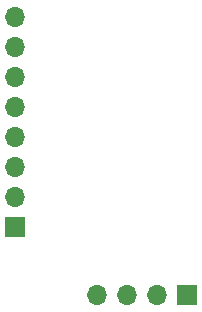
<source format=gbr>
%TF.GenerationSoftware,KiCad,Pcbnew,5.99.0+really5.1.10+dfsg1-1*%
%TF.CreationDate,2021-09-10T11:43:35-04:00*%
%TF.ProjectId,rsp32 lamp,72737033-3220-46c6-916d-702e6b696361,rev?*%
%TF.SameCoordinates,Original*%
%TF.FileFunction,Soldermask,Bot*%
%TF.FilePolarity,Negative*%
%FSLAX46Y46*%
G04 Gerber Fmt 4.6, Leading zero omitted, Abs format (unit mm)*
G04 Created by KiCad (PCBNEW 5.99.0+really5.1.10+dfsg1-1) date 2021-09-10 11:43:35*
%MOMM*%
%LPD*%
G01*
G04 APERTURE LIST*
%ADD10O,1.700000X1.700000*%
%ADD11R,1.700000X1.700000*%
G04 APERTURE END LIST*
D10*
%TO.C,J2*%
X17780000Y-27940000D03*
X17780000Y-30480000D03*
X17780000Y-33020000D03*
X17780000Y-35560000D03*
X17780000Y-38100000D03*
X17780000Y-40640000D03*
X17780000Y-43180000D03*
D11*
X17780000Y-45720000D03*
%TD*%
D10*
%TO.C,J1*%
X24765000Y-51435000D03*
X27305000Y-51435000D03*
X29845000Y-51435000D03*
D11*
X32385000Y-51435000D03*
%TD*%
M02*

</source>
